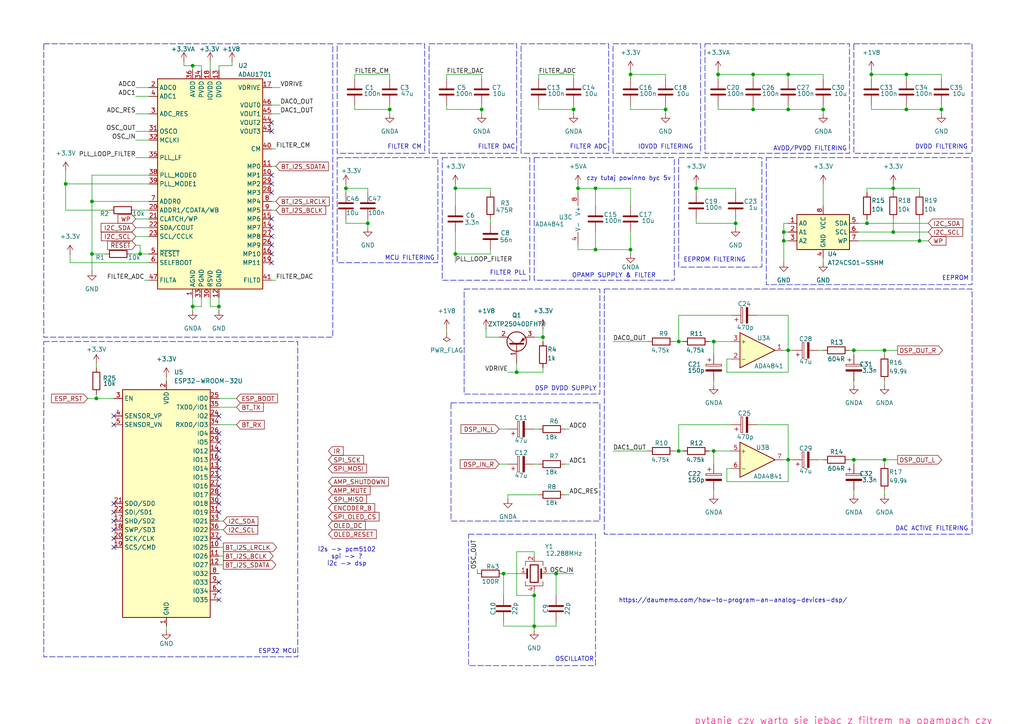
<source format=kicad_sch>
(kicad_sch (version 20231120) (generator "eeschema") (generator_version "8.0")
  (paper "A4")
  (junction (at 208.28 21.59))
  (junction (at 273.05 31.75))
  (junction (at 146.05 166.37))
  (junction (at 213.36 64.77))
  (junction (at 256.54 101.6))
  (junction (at 228.6 31.75))
  (junction (at 218.44 31.75))
  (junction (at 247.65 101.6))
  (junction (at 172.72 72.39))
  (junction (at 227.33 67.31))
  (junction (at 259.08 67.31))
  (junction (at 167.64 54.61))
  (junction (at 196.85 99.06))
  (junction (at 100.33 54.61))
  (junction (at 228.6 133.35))
  (junction (at 262.89 31.75))
  (junction (at 228.6 101.6))
  (junction (at 55.88 88.9))
  (junction (at 139.7 31.75))
  (junction (at 132.08 54.61))
  (junction (at 26.67 73.66))
  (junction (at 40.64 73.66))
  (junction (at 182.88 72.39))
  (junction (at 172.72 54.61))
  (junction (at 262.89 21.59))
  (junction (at 227.33 69.85))
  (junction (at 207.01 99.06))
  (junction (at 132.08 73.66))
  (junction (at 154.94 181.61))
  (junction (at 154.94 172.72))
  (junction (at 157.48 97.79))
  (junction (at 106.68 64.77))
  (junction (at 256.54 133.35))
  (junction (at 196.85 130.81))
  (junction (at 182.88 21.59))
  (junction (at 252.73 21.59))
  (junction (at 55.88 19.05))
  (junction (at 63.5 88.9))
  (junction (at 228.6 21.59))
  (junction (at 266.7 69.85))
  (junction (at 19.05 53.34))
  (junction (at 207.01 130.81))
  (junction (at 247.65 133.35))
  (junction (at 26.67 58.42))
  (junction (at 149.86 107.95))
  (junction (at 161.29 166.37))
  (junction (at 113.03 31.75))
  (junction (at 259.08 54.61))
  (junction (at 193.04 31.75))
  (junction (at 218.44 21.59))
  (junction (at 27.94 115.57))
  (junction (at 166.37 31.75))
  (junction (at 238.76 31.75))
  (junction (at 201.93 54.61))
  (junction (at 251.46 64.77))
  (no_connect (at 63.5 130.81))
  (no_connect (at 78.74 73.66))
  (no_connect (at 63.5 146.05))
  (no_connect (at 63.5 171.45))
  (no_connect (at 33.02 158.75))
  (no_connect (at 63.5 148.59))
  (no_connect (at 33.02 146.05))
  (no_connect (at 78.74 53.34))
  (no_connect (at 63.5 140.97))
  (no_connect (at 63.5 125.73))
  (no_connect (at 33.02 148.59))
  (no_connect (at 63.5 156.21))
  (no_connect (at 63.5 138.43))
  (no_connect (at 63.5 120.65))
  (no_connect (at 33.02 120.65))
  (no_connect (at 78.74 71.12))
  (no_connect (at 78.74 63.5))
  (no_connect (at 78.74 50.8))
  (no_connect (at 33.02 151.13))
  (no_connect (at 78.74 68.58))
  (no_connect (at 78.74 55.88))
  (no_connect (at 63.5 143.51))
  (no_connect (at 63.5 135.89))
  (no_connect (at 78.74 38.1))
  (no_connect (at 78.74 35.56))
  (no_connect (at 78.74 66.04))
  (no_connect (at 33.02 156.21))
  (no_connect (at 63.5 168.91))
  (no_connect (at 63.5 133.35))
  (no_connect (at 63.5 173.99))
  (no_connect (at 63.5 128.27))
  (no_connect (at 33.02 123.19))
  (no_connect (at 33.02 153.67))
  (no_connect (at 78.74 76.2))
  (wire (pts (xy 166.37 33.02) (xy 166.37 31.75)))
  (wire (pts (xy 41.91 81.28) (xy 43.18 81.28)))
  (wire (pts (xy 149.86 160.02) (xy 154.94 160.02)))
  (wire (pts (xy 207.01 99.06) (xy 212.09 99.06)))
  (wire (pts (xy 102.87 21.59) (xy 113.03 21.59)))
  (wire (pts (xy 26.67 73.66) (xy 30.48 73.66)))
  (wire (pts (xy 252.73 20.32) (xy 252.73 21.59)))
  (wire (pts (xy 228.6 133.35) (xy 227.33 133.35)))
  (wire (pts (xy 172.72 67.31) (xy 172.72 72.39)))
  (wire (pts (xy 27.94 115.57) (xy 33.02 115.57)))
  (wire (pts (xy 177.8 130.81) (xy 187.96 130.81)))
  (wire (pts (xy 228.6 101.6) (xy 227.33 101.6)))
  (wire (pts (xy 247.65 101.6) (xy 256.54 101.6)))
  (wire (pts (xy 132.08 73.66) (xy 132.08 76.2)))
  (wire (pts (xy 106.68 63.5) (xy 106.68 64.77)))
  (wire (pts (xy 163.83 134.62) (xy 165.1 134.62)))
  (wire (pts (xy 68.58 123.19) (xy 63.5 123.19)))
  (wire (pts (xy 259.08 54.61) (xy 259.08 55.88)))
  (wire (pts (xy 154.94 160.02) (xy 154.94 161.29)))
  (wire (pts (xy 208.28 20.32) (xy 208.28 21.59)))
  (wire (pts (xy 182.88 72.39) (xy 182.88 73.66)))
  (wire (pts (xy 246.38 133.35) (xy 247.65 133.35)))
  (wire (pts (xy 201.93 54.61) (xy 213.36 54.61)))
  (wire (pts (xy 132.08 73.66) (xy 132.08 67.31)))
  (wire (pts (xy 247.65 133.35) (xy 247.65 134.62)))
  (wire (pts (xy 132.08 53.34) (xy 132.08 54.61)))
  (wire (pts (xy 138.43 165.1) (xy 138.43 166.37)))
  (wire (pts (xy 196.85 99.06) (xy 196.85 91.44)))
  (wire (pts (xy 106.68 54.61) (xy 100.33 54.61)))
  (wire (pts (xy 147.32 143.51) (xy 156.21 143.51)))
  (wire (pts (xy 53.34 19.05) (xy 55.88 19.05)))
  (wire (pts (xy 26.67 78.74) (xy 26.67 73.66)))
  (wire (pts (xy 64.77 158.75) (xy 63.5 158.75)))
  (wire (pts (xy 213.36 54.61) (xy 213.36 55.88)))
  (wire (pts (xy 208.28 30.48) (xy 208.28 31.75)))
  (wire (pts (xy 144.78 134.62) (xy 147.32 134.62)))
  (wire (pts (xy 156.21 31.75) (xy 166.37 31.75)))
  (wire (pts (xy 248.92 64.77) (xy 251.46 64.77)))
  (wire (pts (xy 262.89 21.59) (xy 262.89 22.86)))
  (wire (pts (xy 210.82 104.14) (xy 210.82 107.95)))
  (wire (pts (xy 218.44 21.59) (xy 228.6 21.59)))
  (wire (pts (xy 113.03 21.59) (xy 113.03 22.86)))
  (wire (pts (xy 182.88 72.39) (xy 182.88 67.31)))
  (wire (pts (xy 68.58 118.11) (xy 63.5 118.11)))
  (wire (pts (xy 26.67 73.66) (xy 26.67 58.42)))
  (wire (pts (xy 227.33 67.31) (xy 227.33 69.85)))
  (wire (pts (xy 63.5 19.05) (xy 63.5 20.32)))
  (wire (pts (xy 161.29 172.72) (xy 161.29 166.37)))
  (wire (pts (xy 196.85 91.44) (xy 212.09 91.44)))
  (wire (pts (xy 208.28 21.59) (xy 208.28 22.86)))
  (wire (pts (xy 55.88 19.05) (xy 55.88 20.32)))
  (wire (pts (xy 129.54 21.59) (xy 129.54 22.86)))
  (wire (pts (xy 157.48 97.79) (xy 157.48 99.06)))
  (wire (pts (xy 247.65 111.76) (xy 247.65 110.49)))
  (wire (pts (xy 273.05 33.02) (xy 273.05 31.75)))
  (wire (pts (xy 205.74 99.06) (xy 207.01 99.06)))
  (wire (pts (xy 147.32 107.95) (xy 149.86 107.95)))
  (wire (pts (xy 26.67 50.8) (xy 43.18 50.8)))
  (wire (pts (xy 146.05 181.61) (xy 146.05 180.34)))
  (wire (pts (xy 182.88 20.32) (xy 182.88 21.59)))
  (wire (pts (xy 208.28 31.75) (xy 218.44 31.75)))
  (wire (pts (xy 228.6 21.59) (xy 228.6 22.86)))
  (wire (pts (xy 39.37 27.94) (xy 43.18 27.94)))
  (wire (pts (xy 228.6 101.6) (xy 229.87 101.6)))
  (wire (pts (xy 182.88 30.48) (xy 182.88 31.75)))
  (wire (pts (xy 248.92 69.85) (xy 266.7 69.85)))
  (wire (pts (xy 106.68 54.61) (xy 106.68 55.88)))
  (wire (pts (xy 228.6 30.48) (xy 228.6 31.75)))
  (wire (pts (xy 113.03 30.48) (xy 113.03 31.75)))
  (wire (pts (xy 156.21 21.59) (xy 156.21 22.86)))
  (wire (pts (xy 210.82 135.89) (xy 210.82 139.7)))
  (wire (pts (xy 227.33 67.31) (xy 228.6 67.31)))
  (wire (pts (xy 207.01 142.24) (xy 207.01 143.51)))
  (wire (pts (xy 198.12 99.06) (xy 196.85 99.06)))
  (wire (pts (xy 167.64 72.39) (xy 172.72 72.39)))
  (wire (pts (xy 256.54 133.35) (xy 260.35 133.35)))
  (wire (pts (xy 78.74 58.42) (xy 80.01 58.42)))
  (wire (pts (xy 64.77 151.13) (xy 63.5 151.13)))
  (wire (pts (xy 100.33 54.61) (xy 100.33 55.88)))
  (wire (pts (xy 172.72 72.39) (xy 182.88 72.39)))
  (wire (pts (xy 80.01 81.28) (xy 78.74 81.28)))
  (wire (pts (xy 39.37 33.02) (xy 43.18 33.02)))
  (wire (pts (xy 252.73 30.48) (xy 252.73 31.75)))
  (wire (pts (xy 31.75 60.96) (xy 19.05 60.96)))
  (wire (pts (xy 248.92 67.31) (xy 259.08 67.31)))
  (wire (pts (xy 102.87 21.59) (xy 102.87 22.86)))
  (wire (pts (xy 228.6 133.35) (xy 229.87 133.35)))
  (wire (pts (xy 157.48 95.25) (xy 157.48 97.79)))
  (wire (pts (xy 154.94 172.72) (xy 149.86 172.72)))
  (wire (pts (xy 256.54 102.87) (xy 256.54 101.6)))
  (wire (pts (xy 113.03 33.02) (xy 113.03 31.75)))
  (wire (pts (xy 172.72 54.61) (xy 167.64 54.61)))
  (wire (pts (xy 177.8 99.06) (xy 187.96 99.06)))
  (wire (pts (xy 228.6 21.59) (xy 238.76 21.59)))
  (wire (pts (xy 227.33 69.85) (xy 227.33 76.2)))
  (wire (pts (xy 207.01 130.81) (xy 207.01 134.62)))
  (wire (pts (xy 38.1 73.66) (xy 40.64 73.66)))
  (wire (pts (xy 161.29 166.37) (xy 166.37 166.37)))
  (wire (pts (xy 100.33 64.77) (xy 106.68 64.77)))
  (wire (pts (xy 43.18 58.42) (xy 26.67 58.42)))
  (wire (pts (xy 193.04 30.48) (xy 193.04 31.75)))
  (wire (pts (xy 39.37 71.12) (xy 40.64 71.12)))
  (wire (pts (xy 182.88 59.69) (xy 182.88 54.61)))
  (wire (pts (xy 238.76 33.02) (xy 238.76 31.75)))
  (wire (pts (xy 166.37 30.48) (xy 166.37 31.75)))
  (wire (pts (xy 144.78 97.79) (xy 140.97 97.79)))
  (wire (pts (xy 39.37 63.5) (xy 43.18 63.5)))
  (wire (pts (xy 167.64 53.34) (xy 167.64 54.61)))
  (wire (pts (xy 58.42 86.36) (xy 58.42 88.9)))
  (wire (pts (xy 246.38 101.6) (xy 247.65 101.6)))
  (wire (pts (xy 154.94 181.61) (xy 146.05 181.61)))
  (wire (pts (xy 193.04 33.02) (xy 193.04 31.75)))
  (wire (pts (xy 129.54 31.75) (xy 139.7 31.75)))
  (wire (pts (xy 238.76 30.48) (xy 238.76 31.75)))
  (wire (pts (xy 251.46 54.61) (xy 259.08 54.61)))
  (wire (pts (xy 262.89 21.59) (xy 273.05 21.59)))
  (wire (pts (xy 259.08 54.61) (xy 266.7 54.61)))
  (wire (pts (xy 60.96 17.78) (xy 60.96 20.32)))
  (wire (pts (xy 144.78 124.46) (xy 147.32 124.46)))
  (wire (pts (xy 132.08 59.69) (xy 132.08 54.61)))
  (wire (pts (xy 251.46 64.77) (xy 251.46 63.5)))
  (wire (pts (xy 129.54 21.59) (xy 139.7 21.59)))
  (wire (pts (xy 207.01 130.81) (xy 212.09 130.81)))
  (wire (pts (xy 167.64 54.61) (xy 167.64 55.88)))
  (wire (pts (xy 196.85 130.81) (xy 196.85 123.19)))
  (wire (pts (xy 182.88 21.59) (xy 193.04 21.59)))
  (wire (pts (xy 139.7 30.48) (xy 139.7 31.75)))
  (wire (pts (xy 39.37 25.4) (xy 43.18 25.4)))
  (wire (pts (xy 19.05 60.96) (xy 19.05 53.34)))
  (wire (pts (xy 172.72 59.69) (xy 172.72 54.61)))
  (wire (pts (xy 193.04 21.59) (xy 193.04 22.86)))
  (wire (pts (xy 228.6 139.7) (xy 228.6 133.35)))
  (wire (pts (xy 218.44 21.59) (xy 218.44 22.86)))
  (wire (pts (xy 156.21 21.59) (xy 166.37 21.59)))
  (wire (pts (xy 100.33 53.34) (xy 100.33 54.61)))
  (wire (pts (xy 157.48 97.79) (xy 154.94 97.79)))
  (wire (pts (xy 228.6 123.19) (xy 219.71 123.19)))
  (wire (pts (xy 39.37 68.58) (xy 43.18 68.58)))
  (wire (pts (xy 237.49 133.35) (xy 238.76 133.35)))
  (wire (pts (xy 48.26 109.22) (xy 48.26 110.49)))
  (wire (pts (xy 102.87 30.48) (xy 102.87 31.75)))
  (wire (pts (xy 207.01 110.49) (xy 207.01 111.76)))
  (wire (pts (xy 256.54 134.62) (xy 256.54 133.35)))
  (wire (pts (xy 64.77 163.83) (xy 63.5 163.83)))
  (wire (pts (xy 78.74 30.48) (xy 81.28 30.48)))
  (wire (pts (xy 156.21 30.48) (xy 156.21 31.75)))
  (wire (pts (xy 139.7 33.02) (xy 139.7 31.75)))
  (wire (pts (xy 146.05 166.37) (xy 146.05 172.72)))
  (wire (pts (xy 210.82 107.95) (xy 228.6 107.95)))
  (wire (pts (xy 154.94 171.45) (xy 154.94 172.72)))
  (wire (pts (xy 238.76 74.93) (xy 238.76 76.2)))
  (wire (pts (xy 63.5 86.36) (xy 63.5 88.9)))
  (wire (pts (xy 154.94 134.62) (xy 156.21 134.62)))
  (wire (pts (xy 19.05 53.34) (xy 19.05 49.53)))
  (wire (pts (xy 251.46 64.77) (xy 269.24 64.77)))
  (wire (pts (xy 140.97 97.79) (xy 140.97 95.25)))
  (wire (pts (xy 27.94 115.57) (xy 27.94 114.3)))
  (wire (pts (xy 228.6 107.95) (xy 228.6 101.6)))
  (wire (pts (xy 129.54 96.52) (xy 129.54 95.25)))
  (wire (pts (xy 142.24 73.66) (xy 142.24 72.39)))
  (wire (pts (xy 273.05 30.48) (xy 273.05 31.75)))
  (wire (pts (xy 147.32 143.51) (xy 147.32 144.78)))
  (wire (pts (xy 163.83 143.51) (xy 165.1 143.51)))
  (wire (pts (xy 80.01 43.18) (xy 78.74 43.18)))
  (wire (pts (xy 205.74 130.81) (xy 207.01 130.81)))
  (wire (pts (xy 142.24 54.61) (xy 132.08 54.61)))
  (wire (pts (xy 212.09 135.89) (xy 210.82 135.89)))
  (wire (pts (xy 228.6 133.35) (xy 228.6 123.19)))
  (wire (pts (xy 43.18 76.2) (xy 20.32 76.2)))
  (wire (pts (xy 27.94 105.41) (xy 27.94 106.68)))
  (wire (pts (xy 39.37 38.1) (xy 43.18 38.1)))
  (wire (pts (xy 273.05 21.59) (xy 273.05 22.86)))
  (wire (pts (xy 39.37 45.72) (xy 43.18 45.72)))
  (wire (pts (xy 247.65 133.35) (xy 256.54 133.35)))
  (wire (pts (xy 60.96 86.36) (xy 60.96 88.9)))
  (wire (pts (xy 251.46 55.88) (xy 251.46 54.61)))
  (wire (pts (xy 182.88 31.75) (xy 193.04 31.75)))
  (wire (pts (xy 67.31 17.78) (xy 67.31 19.05)))
  (wire (pts (xy 58.42 88.9) (xy 55.88 88.9)))
  (wire (pts (xy 154.94 172.72) (xy 154.94 181.61)))
  (wire (pts (xy 132.08 73.66) (xy 142.24 73.66)))
  (wire (pts (xy 142.24 55.88) (xy 142.24 54.61)))
  (wire (pts (xy 213.36 63.5) (xy 213.36 64.77)))
  (wire (pts (xy 218.44 30.48) (xy 218.44 31.75)))
  (wire (pts (xy 39.37 66.04) (xy 43.18 66.04)))
  (wire (pts (xy 20.32 73.66) (xy 20.32 76.2)))
  (wire (pts (xy 182.88 21.59) (xy 182.88 22.86)))
  (wire (pts (xy 207.01 99.06) (xy 207.01 102.87)))
  (wire (pts (xy 158.75 166.37) (xy 161.29 166.37)))
  (wire (pts (xy 201.93 53.34) (xy 201.93 54.61)))
  (wire (pts (xy 167.64 71.12) (xy 167.64 72.39)))
  (wire (pts (xy 218.44 31.75) (xy 228.6 31.75)))
  (wire (pts (xy 195.58 99.06) (xy 196.85 99.06)))
  (wire (pts (xy 163.83 124.46) (xy 165.1 124.46)))
  (wire (pts (xy 266.7 55.88) (xy 266.7 54.61)))
  (wire (pts (xy 201.93 64.77) (xy 213.36 64.77)))
  (wire (pts (xy 149.86 105.41) (xy 149.86 107.95)))
  (wire (pts (xy 238.76 53.34) (xy 238.76 59.69)))
  (wire (pts (xy 182.88 54.61) (xy 172.72 54.61)))
  (wire (pts (xy 208.28 21.59) (xy 218.44 21.59)))
  (wire (pts (xy 237.49 101.6) (xy 238.76 101.6)))
  (wire (pts (xy 58.42 20.32) (xy 58.42 19.05)))
  (wire (pts (xy 157.48 106.68) (xy 157.48 107.95)))
  (wire (pts (xy 39.37 40.64) (xy 43.18 40.64)))
  (wire (pts (xy 67.31 19.05) (xy 63.5 19.05)))
  (wire (pts (xy 238.76 21.59) (xy 238.76 22.86)))
  (wire (pts (xy 149.86 172.72) (xy 149.86 160.02)))
  (wire (pts (xy 259.08 67.31) (xy 259.08 63.5)))
  (wire (pts (xy 40.64 73.66) (xy 43.18 73.66)))
  (wire (pts (xy 195.58 130.81) (xy 196.85 130.81)))
  (wire (pts (xy 154.94 182.88) (xy 154.94 181.61)))
  (wire (pts (xy 154.94 124.46) (xy 156.21 124.46)))
  (wire (pts (xy 78.74 33.02) (xy 81.28 33.02)))
  (wire (pts (xy 100.33 64.77) (xy 100.33 63.5)))
  (wire (pts (xy 78.74 60.96) (xy 80.01 60.96)))
  (wire (pts (xy 48.26 181.61) (xy 48.26 182.88)))
  (wire (pts (xy 259.08 53.34) (xy 259.08 54.61)))
  (wire (pts (xy 247.65 143.51) (xy 247.65 142.24)))
  (wire (pts (xy 19.05 53.34) (xy 43.18 53.34)))
  (wire (pts (xy 247.65 101.6) (xy 247.65 102.87)))
  (wire (pts (xy 213.36 66.04) (xy 213.36 64.77)))
  (wire (pts (xy 266.7 69.85) (xy 266.7 63.5)))
  (wire (pts (xy 161.29 181.61) (xy 154.94 181.61)))
  (wire (pts (xy 161.29 180.34) (xy 161.29 181.61)))
  (wire (pts (xy 259.08 67.31) (xy 269.24 67.31)))
  (wire (pts (xy 139.7 21.59) (xy 139.7 22.86)))
  (wire (pts (xy 63.5 88.9) (xy 63.5 90.17)))
  (wire (pts (xy 196.85 123.19) (xy 212.09 123.19)))
  (wire (pts (xy 210.82 139.7) (xy 228.6 139.7)))
  (wire (pts (xy 228.6 64.77) (xy 227.33 64.77)))
  (wire (pts (xy 25.4 115.57) (xy 27.94 115.57)))
  (wire (pts (xy 151.13 166.37) (xy 146.05 166.37)))
  (wire (pts (xy 201.93 54.61) (xy 201.93 55.88)))
  (wire (pts (xy 142.24 63.5) (xy 142.24 64.77)))
  (wire (pts (xy 102.87 31.75) (xy 113.03 31.75)))
  (wire (pts (xy 53.34 19.05) (xy 53.34 17.78)))
  (wire (pts (xy 26.67 50.8) (xy 26.67 58.42)))
  (wire (pts (xy 266.7 69.85) (xy 269.24 69.85)))
  (wire (pts (xy 256.54 110.49) (xy 256.54 111.76)))
  (wire (pts (xy 212.09 104.14) (xy 210.82 104.14)))
  (wire (pts (xy 252.73 21.59) (xy 252.73 22.86)))
  (wire (pts (xy 228.6 101.6) (xy 228.6 91.44)))
  (wire (pts (xy 166.37 21.59) (xy 166.37 22.86)))
  (wire (pts (xy 201.93 63.5) (xy 201.93 64.77)))
  (wire (pts (xy 227.33 69.85) (xy 228.6 69.85)))
  (wire (pts (xy 157.48 107.95) (xy 149.86 107.95)))
  (wire (pts (xy 228.6 91.44) (xy 219.71 91.44)))
  (wire (pts (xy 78.74 48.26) (xy 80.01 48.26)))
  (wire (pts (xy 78.74 25.4) (xy 81.28 25.4)))
  (wire (pts (xy 64.77 153.67) (xy 63.5 153.67)))
  (wire (pts (xy 262.89 31.75) (xy 273.05 31.75)))
  (wire (pts (xy 60.96 88.9) (xy 63.5 88.9)))
  (wire (pts (xy 198.12 130.81) (xy 196.85 130.81)))
  (wire (pts (xy 58.42 19.05) (xy 55.88 19.05)))
  (wire (pts (xy 68.58 115.57) (xy 63.5 115.57)))
  (wire (pts (xy 252.73 31.75) (xy 262.89 31.75)))
  (wire (pts (xy 106.68 66.04) (xy 106.68 64.77)))
  (wire (pts (xy 55.88 88.9) (xy 55.88 90.17)))
  (wire (pts (xy 256.54 101.6) (xy 260.35 101.6)))
  (wire (pts (xy 227.33 64.77) (xy 227.33 67.31)))
  (wire (pts (xy 228.6 31.75) (xy 238.76 31.75)))
  (wire (pts (xy 252.73 21.59) (xy 262.89 21.59)))
  (wire (pts (xy 64.77 161.29) (xy 63.5 161.29)))
  (wire (pts (xy 55.88 86.36) (xy 55.88 88.9)))
  (wire (pts (xy 39.37 60.96) (xy 43.18 60.96)))
  (wire (pts (xy 129.54 30.48) (xy 129.54 31.75)))
  (wire (pts (xy 256.54 142.24) (xy 256.54 143.51)))
  (wire (pts (xy 262.89 30.48) (xy 262.89 31.75)))
  (wire (pts (xy 40.64 71.12) (xy 40.64 73.66)))
  (rectangle (start 12.7 99.06) (end 86.36 190.5) (stroke (width 0) (type dash)))
  (rectangle (start 247.65 12.7) (end 281.94 44.45) (stroke (width 0) (type dash)))
  (rectangle (start 196.85 45.72) (end 220.98 77.47) (stroke (width 0) (type dash)))
  (rectangle (start 135.89 154.94) (end 172.72 193.04) (stroke (width 0) (type dash)))
  (rectangle (start 151.13 12.7) (end 176.53 44.45) (stroke (width 0) (type dash)))
  (rectangle (start 222.25 45.72) (end 281.94 82.55) (stroke (width 0) (type dash)))
  (rectangle (start 128.27 45.72) (end 153.67 81.28) (stroke (width 0) (type dash)))
  (rectangle (start 154.94 45.72) (end 195.58 81.28) (stroke (width 0) (type dash)))
  (rectangle (start 177.8 12.7) (end 203.2 44.45) (stroke (width 0) (type dash)))
  (rectangle (start 12.7 12.7) (end 96.52 97.79) (stroke (width 0) (type dash)))
  (rectangle (start 97.79 12.7) (end 123.19 44.45) (stroke (width 0) (type dash)))
  (rectangle (start 130.81 116.84) (end 173.99 151.13) (stroke (width 0) (type dash)))
  (rectangle (start 175.26 83.82) (end 281.94 154.94) (stroke (width 0) (type dash)))
  (rectangle (start 204.47 12.7) (end 246.38 44.45) (stroke (width 0) (type dash)))
  (rectangle (start 134.62 83.82) (end 173.99 114.3) (stroke (width 0) (type dash)))
  (rectangle (start 97.79 45.72) (end 127 76.2) (stroke (width 0) (type dash)))
  (rectangle (start 124.46 12.7) (end 149.86 44.45) (stroke (width 0) (type dash)))
  (text "EEPROM" (at 277.114 80.772 0) (effects (font (size 1.27 1.27))))
  (text "DAC ACTIVE FILTERING" (at 270.256 153.416 0) (effects (font (size 1.27 1.27))))
  (text "AVDD/PVDD FILTERING" (at 234.95 43.18 0) (effects (font (size 1.27 1.27))))
  (text "ESP32 MCU\n" (at 80.518 188.976 0) (effects (font (size 1.27 1.27))))
  (text "FILTER PLL" (at 147.32 79.248 0) (effects (font (size 1.27 1.27))))
  (text "DVDD FILTERING" (at 273.05 42.672 0) (effects (font (size 1.27 1.27))))
  (text "https://daumemo.com/how-to-program-an-analog-devices-dsp/" (at 212.598 174.244 0) (effects (font (size 1.27 1.27))))
  (text "FILTER DAC" (at 144.018 42.672 0) (effects (font (size 1.27 1.27))))
  (text "OPAMP SUPPLY & FILTER" (at 178.054 80.01 0) (effects (font (size 1.27 1.27))))
  (text "MCU FILTERING" (at 118.872 74.93 0) (effects (font (size 1.27 1.27))))
  (text "czy tutaj powinno byc 5v" (at 182.372 51.816 0) (effects (font (size 1.27 1.27))))
  (text "EEPROM FILTERING" (at 207.264 75.438 0) (effects (font (size 1.27 1.27))))
  (text "FILTER ADC" (at 170.688 42.672 0) (effects (font (size 1.27 1.27))))
  (text "FILTER CM" (at 117.348 42.672 0) (effects (font (size 1.27 1.27))))
  (text "pytanie czy warto sie jebac z filtrem na opampach czy \nwpierdolic tu uklad RC i miec wyjebane" (at 245.364 210.82 0) (effects (font (size 2.032 2.032))))
  (text "OSCILLATOR" (at 166.624 191.262 0) (effects (font (size 1.27 1.27))))
  (text "IOVDD FILTERING" (at 193.04 42.672 0) (effects (font (size 1.27 1.27))))
  (text "i2s -> pcm5102\nspi -> ?\ni2c -> dsp" (at 100.584 161.544 0) (effects (font (size 1.27 1.27))))
  (text "DSP DVDD SUPPLY" (at 164.084 112.776 0) (effects (font (size 1.27 1.27))))
  (label "FILTER_CM" (at 80.01 43.18 0))
  (label "OSC_IN" (at 39.37 40.64 180))
  (label "ADC_RES" (at 165.1 143.51 0))
  (label "ADC1" (at 39.37 27.94 180))
  (label "OSC_IN" (at 166.37 166.37 180))
  (label "OSC_OUT" (at 138.43 165.1 90))
  (label "PLL_LOOP_FILTER" (at 39.37 45.72 180))
  (label "ADC_RES" (at 39.37 33.02 180))
  (label "FILTER_CM" (at 102.87 21.59 0))
  (label "FILTER_DAC" (at 129.54 21.59 0))
  (label "OSC_OUT" (at 39.37 38.1 180))
  (label "DAC0_OUT" (at 177.8 99.06 0))
  (label "DAC1_OUT" (at 81.28 33.02 0))
  (label "DAC1_OUT" (at 177.8 130.81 0))
  (label "FILTER_ADC" (at 156.21 21.59 0))
  (label "ADC0" (at 39.37 25.4 180))
  (label "FILTER_DAC" (at 80.01 81.28 0))
  (label "VDRIVE" (at 147.32 107.95 180))
  (label "FILTER_ADC" (at 41.91 81.28 180))
  (label "DAC0_OUT" (at 81.28 30.48 0))
  (label "PLL_LOOP_FILTER" (at 132.08 76.2 0))
  (label "VDRIVE" (at 81.28 25.4 0))
  (label "ADC1" (at 165.1 134.62 0))
  (label "ADC0" (at 165.1 124.46 0))
  (global_label "OLED_DC" (shape input) (at 95.25 152.4 0) (property "Intersheetrefs" "${INTERSHEET_REFS}" (effects (hide yes))))
  (global_label "BT_RX" (shape input) (at 68.58 123.19 0) (property "Intersheetrefs" "${INTERSHEET_REFS}" (effects (hide yes))))
  (global_label "AMP_MUTE" (shape input) (at 95.25 142.24 0) (property "Intersheetrefs" "${INTERSHEET_REFS}" (effects (hide yes))))
  (global_label "WP" (shape input) (at 39.37 63.5 180) (property "Intersheetrefs" "${INTERSHEET_REFS}" (effects (hide yes))))
  (global_label "SPI_OLED_CS" (shape input) (at 95.25 149.86 0) (property "Intersheetrefs" "${INTERSHEET_REFS}" (effects (hide yes))))
  (global_label "BT_I2S_LRCLK" (shape output) (at 64.77 158.75 0) (property "Intersheetrefs" "${INTERSHEET_REFS}" (effects (hide yes))))
  (global_label "DSP_IN_R" (shape input) (at 144.78 134.62 180) (property "Intersheetrefs" "${INTERSHEET_REFS}" (effects (hide yes))))
  (global_label "SPI_MOSI" (shape input) (at 95.25 135.89 0) (property "Intersheetrefs" "${INTERSHEET_REFS}" (effects (hide yes))))
  (global_label "I2C_SDA" (shape input) (at 269.24 64.77 0) (property "Intersheetrefs" "${INTERSHEET_REFS}" (effects (hide yes))))
  (global_label "OLED_RESET" (shape input) (at 95.25 154.94 0) (property "Intersheetrefs" "${INTERSHEET_REFS}" (effects (hide yes))))
  (global_label "I2C_SCL" (shape input) (at 39.37 68.58 180) (property "Intersheetrefs" "${INTERSHEET_REFS}" (effects (hide yes))))
  (global_label "BT_TX" (shape input) (at 68.58 118.11 0) (property "Intersheetrefs" "${INTERSHEET_REFS}" (effects (hide yes))))
  (global_label "IR" (shape input) (at 95.25 130.81 0) (property "Intersheetrefs" "${INTERSHEET_REFS}" (effects (hide yes))))
  (global_label "BT_I2S_SDATA" (shape input) (at 80.01 48.26 0) (property "Intersheetrefs" "${INTERSHEET_REFS}" (effects (hide yes))))
  (global_label "I2C_SDA" (shape input) (at 64.77 151.13 0) (property "Intersheetrefs" "${INTERSHEET_REFS}" (effects (hide yes))))
  (global_label "ENCODER_B" (shape input) (at 95.25 147.32 0) (property "Intersheetrefs" "${INTERSHEET_REFS}" (effects (hide yes))))
  (global_label "I2C_SDA" (shape input) (at 39.37 66.04 180) (property "Intersheetrefs" "${INTERSHEET_REFS}" (effects (hide yes))))
  (global_label "SPI_SCK" (shape input) (at 95.25 133.35 0) (property "Intersheetrefs" "${INTERSHEET_REFS}" (effects (hide yes))))
  (global_label "I2C_SCL" (shape input) (at 269.24 67.31 0) (property "Intersheetrefs" "${INTERSHEET_REFS}" (effects (hide yes))))
  (global_label "DSP_OUT_R" (shape output) (at 260.35 101.6 0) (property "Intersheetrefs" "${INTERSHEET_REFS}" (effects (hide yes))))
  (global_label "BT_I2S_LRCLK" (shape input) (at 80.01 58.42 0) (property "Intersheetrefs" "${INTERSHEET_REFS}" (effects (hide yes))))
  (global_label "~{RESET}" (shape input) (at 39.37 71.12 180) (property "Intersheetrefs" "${INTERSHEET_REFS}" (effects (hide yes))))
  (global_label "DSP_OUT_L" (shape output) (at 260.35 133.35 0) (property "Intersheetrefs" "${INTERSHEET_REFS}" (effects (hide yes))))
  (global_label "DSP_IN_L" (shape input) (at 144.78 124.46 180) (property "Intersheetrefs" "${INTERSHEET_REFS}" (effects (hide yes))))
  (global_label "ESP_BOOT" (shape input) (at 68.58 115.57 0) (property "Intersheetrefs" "${INTERSHEET_REFS}" (effects (hide yes))))
  (global_label "BT_I2S_SDATA" (shape output) (at 64.77 163.83 0) (property "Intersheetrefs" "${INTERSHEET_REFS}" (effects (hide yes))))
  (global_label "WP" (shape input) (at 269.24 69.85 0) (property "Intersheetrefs" "${INTERSHEET_REFS}" (effects (hide yes))))
  (global_label "AMP_SHUTDOWN" (shape input) (at 95.25 139.7 0) (property "Intersheetrefs" "${INTERSHEET_REFS}" (effects (hide yes))))
  (global_label "ESP_RST" (shape input) (at 25.4 115.57 180) (property "Intersheetrefs" "${INTERSHEET_REFS}" (effects (hide yes))))
  (global_label "SPI_MISO" (shape input) (at 95.25 144.78 0) (property "Intersheetrefs" "${INTERSHEET_REFS}" (effects (hide yes))))
  (global_label "BT_I2S_BCLK" (shape input) (at 80.01 60.96 0) (property "Intersheetrefs" "${INTERSHEET_REFS}" (effects (hide yes))))
  (global_label "BT_I2S_BCLK" (shape output) (at 64.77 161.29 0) (property "Intersheetrefs" "${INTERSHEET_REFS}" (effects (hide yes))))
  (global_label "I2C_SCL" (shape input) (at 64.77 153.67 0) (property "Intersheetrefs" "${INTERSHEET_REFS}" (effects (hide yes))))
  (symbol (lib_id "power:+3.3V") (at 19.05 49.53 0) (unit 1)
    (property "Reference" "#PWR010" (effects (hide yes)))
    (property "Value" "+3.3V" (at 19.05 44.45 0))
    (property "Description" "Power symbol creates a global label with name \"+3.3V\"" (effects (hide yes)))
  )
  (symbol (lib_id "power:GNDA") (at 207.01 111.76 0) (unit 1)
    (property "Reference" "#PWR036" (effects (hide yes)))
    (property "Value" "GNDA" (at 207.01 116.84 0))
    (property "Description" "Power symbol creates a global label with name \"GNDA\" , analog ground" (effects (hide yes)))
  )
  (symbol (lib_id "Device:C") (at 273.05 26.67 0) (unit 1)
    (property "Reference" "C35" (at 277.368 25.4 0))
    (property "Value" "10u" (at 278.13 27.178 0))
    (property "Footprint" "Capacitor_SMD:C_0603_1608Metric_Pad1.08x0.95mm_HandSolder" (effects (hide yes)))
    (property "Description" "Unpolarized capacitor" (effects (hide yes)))
  )
  (symbol (lib_id "Device:R") (at 201.93 99.06 90) (unit 1)
    (property "Reference" "R11" (at 203.962 96.774 90) (effects (justify left)))
    (property "Value" "4.75k" (at 204.47 101.6 90) (effects (justify left)))
    (property "Footprint" "Resistor_SMD:R_0603_1608Metric_Pad0.98x0.95mm_HandSolder" (effects (hide yes)))
    (property "Description" "Resistor" (effects (hide yes)))
  )
  (symbol (lib_id "power:+3.3VA") (at 208.28 20.32 0) (unit 1)
    (property "Reference" "#PWR035" (effects (hide yes)))
    (property "Value" "+3.3VA" (at 208.28 15.24 0))
    (property "Description" "Power symbol creates a global label with name \"+3.3VA\"" (effects (hide yes)))
  )
  (symbol (lib_id "power:PWR_FLAG") (at 129.54 96.52 180) (unit 1)
    (property "Reference" "#FLG011" (effects (hide yes)))
    (property "Value" "PWR_FLAG" (at 129.54 101.6 0))
    (property "Description" "Special symbol for telling ERC where power comes from" (effects (hide yes)))
  )
  (symbol (lib_id "Device:R") (at 191.77 130.81 90) (unit 1)
    (property "Reference" "R10" (at 193.802 128.524 90) (effects (justify left)))
    (property "Value" "4.75k" (at 194.31 133.35 90) (effects (justify left)))
    (property "Footprint" "Resistor_SMD:R_0603_1608Metric_Pad0.98x0.95mm_HandSolder" (effects (hide yes)))
    (property "Description" "Resistor" (effects (hide yes)))
  )
  (symbol (lib_id "power:GND") (at 26.67 78.74 0) (unit 1)
    (property "Reference" "#PWR012" (effects (hide yes)))
    (property "Value" "GND" (at 26.67 83.82 0))
    (property "Description" "Power symbol creates a global label with name \"GND\" , ground" (effects (hide yes)))
  )
  (symbol (lib_id "power:+3.3V") (at 60.96 17.78 0) (unit 1)
    (property "Reference" "#PWR017" (effects (hide yes)))
    (property "Value" "+3.3V" (at 60.706 14.224 0))
    (property "Description" "Power symbol creates a global label with name \"+3.3V\"" (effects (hide yes)))
  )
  (symbol (lib_id "power:+3.3V") (at 20.32 73.66 0) (unit 1)
    (property "Reference" "#PWR011" (effects (hide yes)))
    (property "Value" "+3.3V" (at 20.32 68.58 0))
    (property "Description" "Power symbol creates a global label with name \"+3.3V\"" (effects (hide yes)))
  )
  (symbol (lib_id "Device:R") (at 191.77 99.06 90) (unit 1)
    (property "Reference" "R9" (at 193.802 96.774 90) (effects (justify left)))
    (property "Value" "4.75k" (at 194.31 101.6 90) (effects (justify left)))
    (property "Footprint" "Resistor_SMD:R_0603_1608Metric_Pad0.98x0.95mm_HandSolder" (effects (hide yes)))
    (property "Description" "Resistor" (effects (hide yes)))
  )
  (symbol (lib_id "Device:Q_PNP_BCE") (at 149.86 100.33 90) (unit 1)
    (property "Reference" "Q1" (at 149.86 91.44 90))
    (property "Value" "ZXTP25040DFHTA" (at 149.86 93.98 90))
    (property "Footprint" "Package_TO_SOT_SMD:SOT-23" (effects (hide yes)))
    (property "Description" "PNP transistor, base/collector/emitter" (effects (hide yes)))
  )
  (symbol (lib_id "power:+3.3V") (at 132.08 53.34 0) (unit 1)
    (property "Reference" "#PWR023" (effects (hide yes)))
    (property "Value" "+3.3V" (at 132.08 48.26 0))
    (property "Description" "Power symbol creates a global label with name \"+3.3V\"" (effects (hide yes)))
  )
  (symbol (lib_id "power:+3.3V") (at 27.94 105.41 0) (unit 1)
    (property "Reference" "#PWR072" (effects (hide yes)))
    (property "Value" "+3.3V" (at 27.94 101.346 0))
    (property "Description" "Power symbol creates a global label with name \"+3.3V\"" (effects (hide yes)))
  )
  (symbol (lib_id "Device:R") (at 242.57 133.35 90) (unit 1)
    (property "Reference" "R14" (at 244.602 131.064 90) (effects (justify left)))
    (property "Value" "604R" (at 245.11 135.89 90) (effects (justify left)))
    (property "Footprint" "Resistor_SMD:R_0603_1608Metric_Pad0.98x0.95mm_HandSolder" (effects (hide yes)))
    (property "Description" "Resistor" (effects (hide yes)))
  )
  (symbol (lib_id "Device:R") (at 251.46 59.69 0) (unit 1)
    (property "Reference" "R15" (at 252.73 58.166 0) (effects (justify left)))
    (property "Value" "10k" (at 252.73 60.706 0) (effects (justify left)))
    (property "Footprint" "Resistor_SMD:R_0603_1608Metric_Pad0.98x0.95mm_HandSolder" (effects (hide yes)))
    (property "Description" "Resistor" (effects (hide yes)))
  )
  (symbol (lib_id "Device:C") (at 156.21 26.67 0) (unit 1)
    (property "Reference" "C13" (at 160.528 25.4 0))
    (property "Value" "100n" (at 161.29 27.178 0))
    (property "Footprint" "Capacitor_SMD:C_0603_1608Metric_Pad1.08x0.95mm_HandSolder" (effects (hide yes)))
    (property "Description" "Unpolarized capacitor" (effects (hide yes)))
  )
  (symbol (lib_id "power:+3.3V") (at 201.93 53.34 0) (unit 1)
    (property "Reference" "#PWR034" (effects (hide yes)))
    (property "Value" "+3.3V" (at 201.93 48.26 0))
    (property "Description" "Power symbol creates a global label with name \"+3.3V\"" (effects (hide yes)))
  )
  (symbol (lib_id "Device:R") (at 27.94 110.49 0) (unit 1)
    (property "Reference" "R25" (at 31.75 109.728 0))
    (property "Value" "10k" (at 31.75 111.252 0))
    (property "Footprint" "Resistor_SMD:R_0603_1608Metric_Pad0.98x0.95mm_HandSolder" (effects (hide yes)))
    (property "Description" "Resistor" (effects (hide yes)))
  )
  (symbol (lib_id "Device:C") (at 113.03 26.67 0) (unit 1)
    (property "Reference" "C3" (at 117.348 25.4 0))
    (property "Value" "47u" (at 118.11 27.178 0))
    (property "Footprint" "Capacitor_SMD:C_0603_1608Metric_Pad1.08x0.95mm_HandSolder" (effects (hide yes)))
    (property "Description" "Unpolarized capacitor" (effects (hide yes)))
  )
  (symbol (lib_id "Amplifier_Operational:AD8606ARM") (at 219.71 133.35 0) (unit 2)
    (property "Reference" "U3" (at 221.234 129.794 0))
    (property "Value" "ADA4841" (at 222.758 138.176 0))
    (property "Footprint" "Package_SO:MSOP-8_3x3mm_P0.65mm" (effects (hide yes)))
    (property "Datasheet" "https://www.analog.com/media/en/technical-documentation/data-sheets/AD8605_8606_8608.pdf" (effects (hide yes)))
    (property "Description" "Dual Precision Low Noise, Low Input Bias Current, Wide Bandwidth Operational Amplifiers, MSOP-8" (effects (hide yes)))
  )
  (symbol (lib_id "power:GND") (at 106.68 66.04 0) (unit 1)
    (property "Reference" "#PWR077" (effects (hide yes)))
    (property "Value" "GND" (at 106.68 71.12 0))
    (property "Description" "Power symbol creates a global label with name \"GND\" , ground" (effects (hide yes)))
  )
  (symbol (lib_id "power:GND") (at 238.76 76.2 0) (unit 1)
    (property "Reference" "#PWR042" (effects (hide yes)))
    (property "Value" "GND" (at 238.76 81.28 0))
    (property "Description" "Power symbol creates a global label with name \"GND\" , ground" (effects (hide yes)))
  )
  (symbol (lib_id "power:+1V8") (at 129.54 95.25 0) (unit 1)
    (property "Reference" "#PWR074" (effects (hide yes)))
    (property "Value" "+1V8" (at 129.54 90.17 0))
    (property "Description" "Power symbol creates a global label with name \"+1V8\"" (effects (hide yes)))
  )
  (symbol (lib_id "Device:R") (at 256.54 106.68 0) (unit 1)
    (property "Reference" "R16" (at 257.81 105.156 0) (effects (justify left)))
    (property "Value" "49.9k" (at 257.81 107.696 0) (effects (justify left)))
    (property "Footprint" "Resistor_SMD:R_0603_1608Metric_Pad0.98x0.95mm_HandSolder" (effects (hide yes)))
    (property "Description" "Resistor" (effects (hide yes)))
  )
  (symbol (lib_id "Device:R") (at 35.56 60.96 270) (unit 1)
    (property "Reference" "R2" (at 28.956 61.976 90) (effects (justify left)))
    (property "Value" "10k" (at 38.354 61.976 90) (effects (justify left)))
    (property "Footprint" "Resistor_SMD:R_0603_1608Metric_Pad0.98x0.95mm_HandSolder" (effects (hide yes)))
    (property "Description" "Resistor" (effects (hide yes)))
  )
  (symbol (lib_id "Device:C_Polarized") (at 247.65 106.68 0) (unit 1)
    (property "Reference" "C31" (at 251.206 105.664 0))
    (property "Value" "3.3n" (at 252.222 107.442 0))
    (property "Footprint" "Capacitor_SMD:C_0603_1608Metric_Pad1.08x0.95mm_HandSolder" (effects (hide yes)))
    (property "Description" "Polarized capacitor" (effects (hide yes)))
  )
  (symbol (lib_id "Device:C") (at 106.68 59.69 0) (unit 1)
    (property "Reference" "C47" (at 106.68 57.658 0) (effects (justify left)))
    (property "Value" "100n" (at 106.68 61.722 0) (effects (justify left)))
    (property "Footprint" "Capacitor_SMD:C_0603_1608Metric_Pad1.08x0.95mm_HandSolder" (effects (hide yes)))
    (property "Description" "Unpolarized capacitor" (effects (hide yes)))
  )
  (symbol (lib_id "Device:C") (at 228.6 26.67 0) (unit 1)
    (property "Reference" "C27" (at 232.918 25.4 0))
    (property "Value" "100n" (at 233.68 27.178 0))
    (property "Footprint" "Capacitor_SMD:C_0603_1608Metric_Pad1.08x0.95mm_HandSolder" (effects (hide yes)))
    (property "Description" "Unpolarized capacitor" (effects (hide yes)))
  )
  (symbol (lib_id "Device:C") (at 102.87 26.67 0) (unit 1)
    (property "Reference" "C1" (at 107.188 25.4 0))
    (property "Value" "100n" (at 107.95 27.178 0))
    (property "Footprint" "Capacitor_SMD:C_0603_1608Metric_Pad1.08x0.95mm_HandSolder" (effects (hide yes)))
    (property "Description" "Unpolarized capacitor" (effects (hide yes)))
  )
  (symbol (lib_id "power:GNDA") (at 238.76 33.02 0) (unit 1)
    (property "Reference" "#PWR040" (effects (hide yes)))
    (property "Value" "GNDA" (at 238.76 38.1 0))
    (property "Description" "Power symbol creates a global label with name \"GNDA\" , analog ground" (effects (hide yes)))
  )
  (symbol (lib_id "power:GND") (at 213.36 66.04 0) (unit 1)
    (property "Reference" "#PWR038" (effects (hide yes)))
    (property "Value" "GND" (at 213.36 71.12 0))
    (property "Description" "Power symbol creates a global label with name \"GND\" , ground" (effects (hide yes)))
  )
  (symbol (lib_id "Device:R") (at 256.54 138.43 0) (unit 1)
    (property "Reference" "R17" (at 257.81 136.906 0) (effects (justify left)))
    (property "Value" "49.9k" (at 257.81 139.446 0) (effects (justify left)))
    (property "Footprint" "Resistor_SMD:R_0603_1608Metric_Pad0.98x0.95mm_HandSolder" (effects (hide yes)))
    (property "Description" "Resistor" (effects (hide yes)))
  )
  (symbol (lib_id "power:GNDA") (at 166.37 33.02 0) (unit 1)
    (property "Reference" "#PWR029" (effects (hide yes)))
    (property "Value" "GNDA" (at 166.37 38.1 0))
    (property "Description" "Power symbol creates a global label with name \"GNDA\" , analog ground" (effects (hide yes)))
  )
  (symbol (lib_id "Device:C") (at 208.28 26.67 0) (unit 1)
    (property "Reference" "C20" (at 212.598 25.4 0))
    (property "Value" "100n" (at 213.36 27.178 0))
    (property "Footprint" "Capacitor_SMD:C_0603_1608Metric_Pad1.08x0.95mm_HandSolder" (effects (hide yes)))
    (property "Description" "Unpolarized capacitor" (effects (hide yes)))
  )
  (symbol (lib_id "Device:Crystal_GND24") (at 154.94 166.37 0) (unit 1)
    (property "Reference" "Y1" (at 159.258 158.496 0))
    (property "Value" "12.288MHz" (at 163.576 160.528 0))
    (property "Description" "Four pin crystal, GND on pins 2 and 4" (effects (hide yes)))
  )
  (symbol (lib_id "power:GND") (at 48.26 182.88 0) (unit 1)
    (property "Reference" "#PWR075" (effects (hide yes)))
    (property "Value" "GND" (at 48.26 186.69 0))
    (property "Description" "Power symbol creates a global label with name \"GND\" , ground" (effects (hide yes)))
  )
  (symbol (lib_id "Device:R") (at 160.02 124.46 90) (unit 1)
    (property "Reference" "R6" (at 162.052 122.174 90) (effects (justify left)))
    (property "Value" "18k" (at 161.798 126.746 90) (effects (justify left)))
    (property "Footprint" "Resistor_SMD:R_0603_1608Metric_Pad0.98x0.95mm_HandSolder" (effects (hide yes)))
    (property "Description" "Resistor" (effects (hide yes)))
  )
  (symbol (lib_id "Device:C") (at 238.76 26.67 0) (unit 1)
    (property "Reference" "C30" (at 243.078 25.4 0))
    (property "Value" "10u" (at 243.84 27.178 0))
    (property "Footprint" "Capacitor_SMD:C_0603_1608Metric_Pad1.08x0.95mm_HandSolder" (effects (hide yes)))
    (property "Description" "Unpolarized capacitor" (effects (hide yes)))
  )
  (symbol (lib_id "Device:C") (at 193.04 26.67 0) (unit 1)
    (property "Reference" "C18" (at 197.358 25.4 0))
    (property "Value" "10u" (at 198.12 27.178 0))
    (property "Footprint" "Capacitor_SMD:C_0603_1608Metric_Pad1.08x0.95mm_HandSolder" (effects (hide yes)))
    (property "Description" "Unpolarized capacitor" (effects (hide yes)))
  )
  (symbol (lib_id "Device:C") (at 161.29 176.53 180) (unit 1)
    (property "Reference" "C9" (at 158.242 176.53 90))
    (property "Value" "22p" (at 164.592 176.53 90))
    (property "Footprint" "Capacitor_SMD:C_0603_1608Metric_Pad1.08x0.95mm_HandSolder" (effects (hide yes)))
    (property "Description" "Unpolarized capacitor" (effects (hide yes)))
  )
  (symbol (lib_id "power:GND") (at 227.33 76.2 0) (unit 1)
    (property "Reference" "#PWR039" (effects (hide yes)))
    (property "Value" "GND" (at 227.33 81.28 0))
    (property "Description" "Power symbol creates a global label with name \"GND\" , ground" (effects (hide yes)))
  )
  (symbol (lib_id "power:GND") (at 154.94 182.88 0) (unit 1)
    (property "Reference" "#PWR054" (effects (hide yes)))
    (property "Value" "GND" (at 154.94 187.96 0))
    (property "Description" "Power symbol creates a global label with name \"GND\" , ground" (effects (hide yes)))
  )
  (symbol (lib_id "Device:R") (at 266.7 59.69 0) (unit 1)
    (property "Reference" "R19" (at 267.97 58.166 0) (effects (justify left)))
    (property "Value" "10k" (at 267.97 60.706 0) (effects (justify left)))
    (property "Footprint" "Resistor_SMD:R_0603_1608Metric_Pad0.98x0.95mm_HandSolder" (effects (hide yes)))
    (property "Description" "Resistor" (effects (hide yes)))
  )
  (symbol (lib_id "Device:C") (at 252.73 26.67 0) (unit 1)
    (property "Reference" "C33" (at 257.048 25.4 0))
    (property "Value" "100n" (at 257.81 27.178 0))
    (property "Footprint" "Capacitor_SMD:C_0603_1608Metric_Pad1.08x0.95mm_HandSolder" (effects (hide yes)))
    (property "Description" "Unpolarized capacitor" (effects (hide yes)))
  )
  (symbol (lib_id "Device:C_Polarized") (at 207.01 106.68 0) (unit 1)
    (property "Reference" "C21" (at 201.422 105.664 0))
    (property "Value" "150p" (at 201.93 107.442 0))
    (property "Footprint" "Capacitor_SMD:C_0603_1608Metric_Pad1.08x0.95mm_HandSolder" (effects (hide yes)))
    (property "Description" "Polarized capacitor" (effects (hide yes)))
  )
  (symbol (lib_id "DSP_AnalogDevices:ADAU1701") (at 60.96 53.34 0) (unit 1)
    (property "Reference" "U2" (at 69.088 19.05 0) (effects (justify left)))
    (property "Value" "ADAU1701" (at 69.088 21.59 0) (effects (justify left)))
    (property "Footprint" "Package_QFP:LQFP-48_7x7mm_P0.5mm" (effects (hide yes)))
    (property "Datasheet" "https://www.analog.com/media/en/technical-documentation/data-sheets/ADAU1701.pdf" (effects (hide yes)))
    (property "Description" "SigmaDSP 28-/56-Bit Audio Processor with Two ADCs and Four DACs, 50 MIPS, 1kword Program RAM, 2kword Data RAM, LQFP-48" (effects (hide yes)))
  )
  (symbol (lib_id "Device:C") (at 172.72 63.5 0) (unit 1)
    (property "Reference" "C15" (at 177.038 62.23 0))
    (property "Value" "100n" (at 177.8 64.008 0))
    (property "Footprint" "Capacitor_SMD:C_0603_1608Metric_Pad1.08x0.95mm_HandSolder" (effects (hide yes)))
    (property "Description" "Unpolarized capacitor" (effects (hide yes)))
  )
  (symbol (lib_id "power:+3.3V") (at 48.26 109.22 0) (unit 1)
    (property "Reference" "#PWR073" (effects (hide yes)))
    (property "Value" "+3.3V" (at 48.26 104.14 0))
    (property "Description" "Power symbol creates a global label with name \"+3.3V\"" (effects (hide yes)))
  )
  (symbol (lib_id "power:GND") (at 273.05 33.02 0) (unit 1)
    (property "Reference" "#PWR049" (effects (hide yes)))
    (property "Value" "GND" (at 273.05 38.1 0))
    (property "Description" "Power symbol creates a global label with name \"GND\" , ground" (effects (hide yes)))
  )
  (symbol (lib_id "power:GNDA") (at 55.88 90.17 0) (unit 1)
    (property "Reference" "#PWR015" (effects (hide yes)))
    (property "Value" "GNDA" (at 55.88 95.25 0))
    (property "Description" "Power symbol creates a global label with name \"GNDA\" , analog ground" (effects (hide yes)))
  )
  (symbol (lib_id "Device:C_Polarized") (at 151.13 134.62 90) (unit 1)
    (property "Reference" "C12" (at 151.13 131.318 90))
    (property "Value" "47u" (at 151.13 137.922 90))
    (property "Footprint" "Capacitor_SMD:C_0603_1608Metric_Pad1.08x0.95mm_HandSolder" (effects (hide yes)))
    (property "Description" "Polarized capacitor" (effects (hide yes)))
  )
  (symbol (lib_id "power:+3.3V") (at 100.33 53.34 0) (unit 1)
    (property "Reference" "#PWR076" (effects (hide yes)))
    (property "Value" "+3.3V" (at 101.854 49.53 0))
    (property "Description" "Power symbol creates a global label with name \"+3.3V\"" (effects (hide yes)))
  )
  (symbol (lib_id "Device:R") (at 160.02 143.51 90) (unit 1)
    (property "Reference" "R8" (at 160.02 141.224 90))
    (property "Value" "18k" (at 160.02 145.796 90))
    (property "Footprint" "Resistor_SMD:R_0603_1608Metric_Pad0.98x0.95mm_HandSolder" (effects (hide yes)))
    (property "Description" "Resistor" (effects (hide yes)))
  )
  (symbol (lib_id "Device:C") (at 218.44 26.67 0) (unit 1)
    (property "Reference" "C26" (at 222.758 25.4 0))
    (property "Value" "100n" (at 223.52 27.178 0))
    (property "Footprint" "Capacitor_SMD:C_0603_1608Metric_Pad1.08x0.95mm_HandSolder" (effects (hide yes)))
    (property "Description" "Unpolarized capacitor" (effects (hide yes)))
  )
  (symbol (lib_id "Device:C") (at 129.54 26.67 0) (unit 1)
    (property "Reference" "C5" (at 133.858 25.4 0))
    (property "Value" "100n" (at 134.62 27.178 0))
    (property "Footprint" "Capacitor_SMD:C_0603_1608Metric_Pad1.08x0.95mm_HandSolder" (effects (hide yes)))
    (property "Description" "Unpolarized capacitor" (effects (hide yes)))
  )
  (symbol (lib_id "power:+3.3V") (at 238.76 53.34 0) (unit 1)
    (property "Reference" "#PWR041" (effects (hide yes)))
    (property "Value" "+3.3V" (at 238.76 48.26 0))
    (property "Description" "Power symbol creates a global label with name \"+3.3V\"" (effects (hide yes)))
  )
  (symbol (lib_id "power:GNDA") (at 247.65 143.51 0) (unit 1)
    (property "Reference" "#PWR044" (effects (hide yes)))
    (property "Value" "GNDA" (at 247.65 148.59 0))
    (property "Description" "Power symbol creates a global label with name \"GNDA\" , analog ground" (effects (hide yes)))
  )
  (symbol (lib_id "Device:C_Polarized") (at 233.68 133.35 90) (unit 1)
    (property "Reference" "C29" (at 233.68 130.048 90))
    (property "Value" "47u" (at 233.68 136.652 90))
    (property "Footprint" "Capacitor_SMD:C_0603_1608Metric_Pad1.08x0.95mm_HandSolder" (effects (hide yes)))
    (property "Description" "Polarized capacitor" (effects (hide yes)))
  )
  (symbol (lib_id "Device:R") (at 142.24 59.69 180) (unit 1)
    (property "Reference" "R3" (at 147.828 58.928 0) (effects (justify left)))
    (property "Value" "475R" (at 148.844 60.96 0) (effects (justify left)))
    (property "Footprint" "Resistor_SMD:R_0603_1608Metric_Pad0.98x0.95mm_HandSolder" (effects (hide yes)))
    (property "Description" "Resistor" (effects (hide yes)))
  )
  (symbol (lib_id "RF_Module:ESP32-WROOM-32U") (at 48.26 146.05 0) (unit 1)
    (property "Reference" "U5" (at 50.4541 107.95 0) (effects (justify left)))
    (property "Value" "ESP32-WROOM-32U" (at 50.4541 110.49 0) (effects (justify left)))
    (property "Footprint" "RF_Module:ESP32-WROOM-32U" (effects (hide yes)))
    (property "Datasheet" "https://www.espressif.com/sites/default/files/documentation/esp32-wroom-32d_esp32-wroom-32u_datasheet_en.pdf" (effects (hide yes)))
    (property "Description" "RF Module, ESP32-D0WD SoC, Wi-Fi 802.11b/g/n, Bluetooth, BLE, 32-bit, 2.7-3.6V, external antenna, SMD" (effects (hide yes)))
  )
  (symbol (lib_id "Device:C") (at 213.36 59.69 0) (unit 1)
    (property "Reference" "C23" (at 217.678 58.42 0))
    (property "Value" "1u" (at 218.44 60.198 0))
    (property "Footprint" "Capacitor_SMD:C_0603_1608Metric_Pad1.08x0.95mm_HandSolder" (effects (hide yes)))
    (property "Description" "Unpolarized capacitor" (effects (hide yes)))
  )
  (symbol (lib_id "Device:C_Polarized") (at 247.65 138.43 0) (unit 1)
    (property "Reference" "C32" (at 251.206 137.414 0))
    (property "Value" "3.3n" (at 252.222 139.192 0))
    (property "Footprint" "Capacitor_SMD:C_0603_1608Metric_Pad1.08x0.95mm_HandSolder" (effects (hide yes)))
    (property "Description" "Polarized capacitor" (effects (hide yes)))
  )
  (symbol (lib_id "Device:C") (at 146.05 176.53 180) (unit 1)
    (property "Reference" "C10" (at 143.002 176.53 90))
    (property "Value" "22p" (at 149.352 176.53 90))
    (property "Footprint" "Capacitor_SMD:C_0603_1608Metric_Pad1.08x0.95mm_HandSolder" (effects (hide yes)))
    (property "Description" "Unpolarized capacitor" (effects (hide yes)))
  )
  (symbol (lib_id "Device:C") (at 142.24 68.58 180) (unit 1)
    (property "Reference" "C8" (at 146.558 67.564 0))
    (property "Value" "56n" (at 146.812 69.596 0))
    (property "Footprint" "Capacitor_SMD:C_0603_1608Metric_Pad1.08x0.95mm_HandSolder" (effects (hide yes)))
    (property "Description" "Unpolarized capacitor" (effects (hide yes)))
  )
  (symbol (lib_id "power:+1V8") (at 67.31 17.78 0) (unit 1)
    (property "Reference" "#PWR019" (effects (hide yes)))
    (property "Value" "+1V8" (at 67.056 14.224 0))
    (property "Description" "Power symbol creates a global label with name \"+1V8\"" (effects (hide yes)))
  )
  (symbol (lib_id "Device:R") (at 201.93 130.81 90) (unit 1)
    (property "Reference" "R12" (at 203.962 128.524 90) (effects (justify left)))
    (property "Value" "4.75k" (at 204.47 133.35 90) (effects (justify left)))
    (property "Footprint" "Resistor_SMD:R_0603_1608Metric_Pad0.98x0.95mm_HandSolder" (effects (hide yes)))
    (property "Description" "Resistor" (effects (hide yes)))
  )
  (symbol (lib_id "power:+5VA") (at 167.64 53.34 0) (unit 1)
    (property "Reference" "#PWR030" (effects (hide yes)))
    (property "Value" "+5VA" (at 167.64 48.26 0))
    (property "Description" "Power symbol creates a global label with name \"+5VA\"" (effects (hide yes)))
  )
  (symbol (lib_id "Memory_EEPROM:AT24CS01-SSHM") (at 238.76 67.31 0) (unit 1)
    (property "Reference" "U4" (at 240.03 73.66 0) (effects (justify left)))
    (property "Value" "AT24CS01-SSHM" (at 240.03 76.2 0) (effects (justify left)))
    (property "Datasheet" "http://ww1.microchip.com/downloads/en/DeviceDoc/Atmel-8815-SEEPROM-AT24CS01-02-Datasheet.pdf" (effects (hide yes)))
    (property "Description" "I2C Serial EEPROM, 1Kb (128x8) with Unique Serial Number, SO8" (effects (hide yes)))
  )
  (symbol (lib_id "power:GNDA") (at 256.54 143.51 0) (unit 1)
    (property "Reference" "#PWR047" (effects (hide yes)))
    (property "Value" "GNDA" (at 256.54 148.59 0))
    (property "Description" "Power symbol creates a global label with name \"GNDA\" , analog ground" (effects (hide yes)))
  )
  (symbol (lib_id "power:GNDA") (at 247.65 111.76 0) (unit 1)
    (property "Reference" "#PWR043" (effects (hide yes)))
    (property "Value" "GNDA" (at 247.65 116.84 0))
    (property "Description" "Power symbol creates a global label with name \"GNDA\" , analog ground" (effects (hide yes)))
  )
  (symbol (lib_id "Device:C") (at 166.37 26.67 0) (unit 1)
    (property "Reference" "C14" (at 170.688 25.4 0))
    (property "Value" "10u" (at 171.45 27.178 0))
    (property "Footprint" "Capacitor_SMD:C_0603_1608Metric_Pad1.08x0.95mm_HandSolder" (effects (hide yes)))
    (property "Description" "Unpolarized capacitor" (effects (hide yes)))
  )
  (symbol (lib_id "Device:C") (at 182.88 26.67 0) (unit 1)
    (property "Reference" "C16" (at 187.198 25.4 0))
    (property "Value" "100n" (at 187.96 27.178 0))
    (property "Footprint" "Capacitor_SMD:C_0603_1608Metric_Pad1.08x0.95mm_HandSolder" (effects (hide yes)))
    (property "Description" "Unpolarized capacitor" (effects (hide yes)))
  )
  (symbol (lib_id "power:+1V8") (at 140.97 95.25 0) (unit 1)
    (property "Reference" "#PWR026" (effects (hide yes)))
    (property "Value" "+1V8" (at 140.97 90.17 0))
    (property "Description" "Power symbol creates a global label with name \"+1V8\"" (effects (hide yes)))
  )
  (symbol (lib_id "Device:R") (at 160.02 134.62 90) (unit 1)
    (property "Reference" "R7" (at 162.052 132.334 90) (effects (justify left)))
    (property "Value" "18k" (at 161.798 136.906 90) (effects (justify left)))
    (property "Footprint" "Resistor_SMD:R_0603_1608Metric_Pad0.98x0.95mm_HandSolder" (effects (hide yes)))
    (property "Description" "Resistor" (effects (hide yes)))
  )
  (symbol (lib_id "power:+3.3V") (at 259.08 53.34 0) (unit 1)
    (property "Reference" "#PWR048" (effects (hide yes)))
    (property "Value" "+3.3V" (at 259.08 48.26 0))
    (property "Description" "Power symbol creates a global label with name \"+3.3V\"" (effects (hide yes)))
  )
  (symbol (lib_id "Device:C") (at 139.7 26.67 0) (unit 1)
    (property "Reference" "C7" (at 144.018 25.4 0))
    (property "Value" "10u" (at 144.78 27.178 0))
    (property "Footprint" "Capacitor_SMD:C_0603_1608Metric_Pad1.08x0.95mm_HandSolder" (effects (hide yes)))
    (property "Description" "Unpolarized capacitor" (effects (hide yes)))
  )
  (symbol (lib_id "Device:R") (at 142.24 166.37 270) (unit 1)
    (property "Reference" "R43" (at 140.97 164.338 90) (effects (justify left)))
    (property "Value" "100R" (at 139.7 168.656 90) (effects (justify left)))
    (property "Footprint" "Resistor_SMD:R_0603_1608Metric_Pad0.98x0.95mm_HandSolder" (effects (hide yes)))
    (property "Description" "Resistor" (effects (hide yes)))
  )
  (symbol (lib_id "Device:C") (at 182.88 63.5 0) (unit 1)
    (property "Reference" "C17" (at 187.198 62.23 0))
    (property "Value" "10u" (at 187.96 64.008 0))
    (property "Footprint" "Capacitor_SMD:C_0603_1608Metric_Pad1.08x0.95mm_HandSolder" (effects (hide yes)))
    (property "Description" "Unpolarized capacitor" (effects (hide yes)))
  )
  (symbol (lib_id "power:GNDA") (at 147.32 144.78 0) (unit 1)
    (property "Reference" "#PWR027" (effects (hide yes)))
    (property "Value" "GNDA" (at 147.32 149.86 0))
    (property "Description" "Power symbol creates a global label with name \"GNDA\" , analog ground" (effects (hide yes)))
  )
  (symbol (lib_id "Device:C") (at 132.08 63.5 180) (unit 1)
    (property "Reference" "C6" (at 136.398 62.484 0))
    (property "Value" "3.3n" (at 136.906 64.516 0))
    (property "Footprint" "Capacitor_SMD:C_0603_1608Metric_Pad1.08x0.95mm_HandSolder" (effects (hide yes)))
    (property "Description" "Unpolarized capacitor" (effects (hide yes)))
  )
  (symbol (lib_id "power:+3.3V") (at 182.88 20.32 0) (unit 1)
    (property "Reference" "#PWR031" (effects (hide yes)))
    (property "Value" "+3.3V" (at 182.88 15.24 0))
    (property "Description" "Power symbol creates a global label with name \"+3.3V\"" (effects (hide yes)))
  )
  (symbol (lib_id "power:GNDA") (at 207.01 143.51 0) (unit 1)
    (property "Reference" "#PWR037" (effects (hide yes)))
    (property "Value" "GNDA" (at 207.01 148.59 0))
    (property "Description" "Power symbol creates a global label with name \"GNDA\" , analog ground" (effects (hide yes)))
  )
  (symbol (lib_id "Device:C") (at 201.93 59.69 0) (unit 1)
    (property "Reference" "C19" (at 206.248 58.42 0))
    (property "Value" "100n" (at 207.01 60.198 0))
    (property "Footprint" "Capacitor_SMD:C_0603_1608Metric_Pad1.08x0.95mm_HandSolder" (effects (hide yes)))
    (property "Description" "Unpolarized capacitor" (effects (hide yes)))
  )
  (symbol (lib_id "Device:C") (at 262.89 26.67 0) (unit 1)
    (property "Reference" "C34" (at 267.208 25.4 0))
    (property "Value" "100n" (at 267.97 27.178 0))
    (property "Footprint" "Capacitor_SMD:C_0603_1608Metric_Pad1.08x0.95mm_HandSolder" (effects (hide yes)))
    (property "Description" "Unpolarized capacitor" (effects (hide yes)))
  )
  (symbol (lib_id "power:GND") (at 63.5 90.17 0) (unit 1)
    (property "Reference" "#PWR018" (effects (hide yes)))
    (property "Value" "GND" (at 63.5 95.25 0))
    (property "Description" "Power symbol creates a global label with name \"GND\" , ground" (effects (hide yes)))
  )
  (symbol (lib_id "Device:R") (at 157.48 102.87 0) (unit 1)
    (property "Reference" "R4" (at 158.75 101.346 0) (effects (justify left)))
    (property "Value" "1k" (at 158.75 103.886 0) (effects (justify left)))
    (property "Footprint" "Resistor_SMD:R_0603_1608Metric_Pad0.98x0.95mm_HandSolder" (effects (hide yes)))
    (property "Description" "Resistor" (effects (hide yes)))
  )
  (symbol (lib_id "power:+3.3VA") (at 53.34 17.78 0) (unit 1)
    (property "Reference" "#PWR014" (effects (hide yes)))
    (property "Value" "+3.3VA" (at 53.086 14.224 0))
    (property "Description" "Power symbol creates a global label with name \"+3.3VA\"" (effects (hide yes)))
  )
  (symbol (lib_id "power:GNDA") (at 113.03 33.02 0) (unit 1)
    (property "Reference" "#PWR020" (effects (hide yes)))
    (property "Value" "GNDA" (at 113.03 38.1 0))
    (property "Description" "Power symbol creates a global label with name \"GNDA\" , analog ground" (effects (hide yes)))
  )
  (symbol (lib_id "power:GNDA") (at 139.7 33.02 0) (unit 1)
    (property "Reference" "#PWR024" (effects (hide yes)))
    (property "Value" "GNDA" (at 139.7 38.1 0))
    (property "Description" "Power symbol creates a global label with name \"GNDA\" , analog ground" (effects (hide yes)))
  )
  (symbol (lib_id "power:+3.3V") (at 157.48 95.25 0) (unit 1)
    (property "Reference" "#PWR028" (effects (hide yes)))
    (property "Value" "+3.3V" (at 157.48 90.17 0))
    (property "Description" "Power symbol creates a global label with name \"+3.3V\"" (effects (hide yes)))
  )
  (symbol (lib_id "Device:C_Polarized") (at 215.9 123.19 90) (unit 1)
    (property "Reference" "C25" (at 215.9 119.888 90))
    (property "Value" "470p" (at 216.154 126.746 90))
    (property "Footprint" "Capacitor_SMD:C_0603_1608Metric_Pad1.08x0.95mm_HandSolder" (effects (hide yes)))
    (property "Description" "Polarized capacitor" (effects (hide yes)))
  )
  (symbol (lib_id "Device:R") (at 34.29 73.66 270) (unit 1)
    (property "Reference" "R1" (at 27.686 74.676 90) (effects (justify left)))
    (property "Value" "10k" (at 37.084 74.676 90) (effects (justify left)))
    (property "Footprint" "Resistor_SMD:R_0603_1608Metric_Pad0.98x0.95mm_HandSolder" (effects (hide yes)))
    (property "Description" "Resistor" (effects (hide yes)))
  )
  (symbol (lib_id "Device:C_Polarized") (at 207.01 138.43 0) (unit 1)
    (property "Reference" "C22" (at 201.422 137.414 0))
    (property "Value" "150p" (at 201.93 139.192 0))
    (property "Footprint" "Capacitor_SMD:C_0603_1608Metric_Pad1.08x0.95mm_HandSolder" (effects (hide yes)))
    (property "Description" "Polarized capacitor" (effects (hide yes)))
  )
  (symbol (lib_id "Device:C_Polarized") (at 151.13 124.46 90) (unit 1)
    (property "Reference" "C11" (at 151.13 121.158 90))
    (property "Value" "47u" (at 151.13 127.762 90))
    (property "Footprint" "Capacitor_SMD:C_0603_1608Metric_Pad1.08x0.95mm_HandSolder" (effects (hide yes)))
    (property "Description" "Polarized capacitor" (effects (hide yes)))
  )
  (symbol (lib_id "Amplifier_Operational:AD8606ARM") (at 219.71 101.6 0) (unit 1)
    (property "Reference" "U3" (at 221.488 98.044 0))
    (property "Value" "ADA4841" (at 223.012 106.172 0))
    (property "Footprint" "Package_SO:MSOP-8_3x3mm_P0.65mm" (effects (hide yes)))
    (property "Datasheet" "https://www.analog.com/media/en/technical-documentation/data-sheets/AD8605_8606_8608.pdf" (effects (hide yes)))
    (property "Description" "Dual Precision Low Noise, Low Input Bias Current, Wide Bandwidth Operational Amplifiers, MSOP-8" (effects (hide yes)))
  )
  (symbol (lib_id "Device:R") (at 242.57 101.6 90) (unit 1)
    (property "Reference" "R13" (at 244.602 99.314 90) (effects (justify left)))
    (property "Value" "604R" (at 245.11 104.14 90) (effects (justify left)))
    (property "Footprint" "Resistor_SMD:R_0603_1608Metric_Pad0.98x0.95mm_HandSolder" (effects (hide yes)))
    (property "Description" "Resistor" (effects (hide yes)))
  )
  (symbol (lib_id "Device:R") (at 259.08 59.69 0) (unit 1)
    (property "Reference" "R18" (at 260.35 58.166 0) (effects (justify left)))
    (property "Value" "10k" (at 260.35 60.706 0) (effects (justify left)))
    (property "Footprint" "Resistor_SMD:R_0603_1608Metric_Pad0.98x0.95mm_HandSolder" (effects (hide yes)))
    (property "Description" "Resistor" (effects (hide yes)))
  )
  (symbol (lib_id "Device:C_Polarized") (at 233.68 101.6 90) (unit 1)
    (property "Reference" "C28" (at 233.68 98.298 90))
    (property "Value" "47u" (at 233.68 104.902 90))
    (property "Footprint" "Capacitor_SMD:C_0603_1608Metric_Pad1.08x0.95mm_HandSolder" (effects (hide yes)))
    (property "Description" "Polarized capacitor" (effects (hide yes)))
  )
  (symbol (lib_id "Device:C") (at 100.33 59.69 0) (unit 1)
    (property "Reference" "C46" (at 100.33 57.658 0) (effects (justify left)))
    (property "Value" "10u" (at 100.33 61.722 0) (effects (justify left)))
    (property "Footprint" "Capacitor_SMD:C_0603_1608Metric_Pad1.08x0.95mm_HandSolder" (effects (hide yes)))
    (property "Description" "Unpolarized capacitor" (effects (hide yes)))
  )
  (symbol (lib_id "power:+1V8") (at 252.73 20.32 0) (unit 1)
    (property "Reference" "#PWR045" (effects (hide yes)))
    (property "Value" "+1V8" (at 252.73 15.24 0))
    (property "Description" "Power symbol creates a global label with name \"+1V8\"" (effects (hide yes)))
  )
  (symbol (lib_id "power:GNDA") (at 256.54 111.76 0) (unit 1)
    (property "Reference" "#PWR046" (effects (hide yes)))
    (property "Value" "GNDA" (at 256.54 116.84 0))
    (property "Description" "Power symbol creates a global label with name \"GNDA\" , analog ground" (effects (hide yes)))
  )
  (symbol (lib_id "power:GNDA") (at 182.88 73.66 0) (unit 1)
    (property "Reference" "#PWR032" (effects (hide yes)))
    (property "Value" "GNDA" (at 182.88 77.47 0))
    (property "Description" "Power symbol creates a global label with name \"GNDA\" , analog ground" (effects (hide yes)))
  )
  (symbol (lib_id "Amplifier_Operational:AD8606ARM") (at 170.18 63.5 0) (unit 3)
    (property "Reference" "U3" (at 162.052 62.992 0) (effects (justify left)))
    (property "Value" "ADA4841" (at 155.194 65.024 0) (effects (justify left)))
    (property "Footprint" "Package_SO:MSOP-8_3x3mm_P0.65mm" (effects (hide yes)))
    (property "Datasheet" "https://www.analog.com/media/en/technical-documentation/data-sheets/AD8605_8606_8608.pdf" (effects (hide yes)))
    (property "Description" "Dual Precision Low Noise, Low Input Bias Current, Wide Bandwidth Operational Amplifiers, MSOP-8" (effects (hide yes)))
  )
  (symbol (lib_id "Device:C_Polarized") (at 215.9 91.44 90) (unit 1)
    (property "Reference" "C24" (at 215.9 88.138 90))
    (property "Value" "470p" (at 216.154 94.996 90))
    (property "Footprint" "Capacitor_SMD:C_0603_1608Metric_Pad1.08x0.95mm_HandSolder" (effects (hide yes)))
    (property "Description" "Polarized capacitor" (effects (hide yes)))
  )
  (symbol (lib_id "power:GND") (at 193.04 33.02 0) (unit 1)
    (property "Reference" "#PWR033" (effects (hide yes)))
    (property "Value" "GND" (at 193.04 38.1 0))
    (property "Description" "Power symbol creates a global label with name \"GND\" , ground" (effects (hide yes)))
  )
)
</source>
